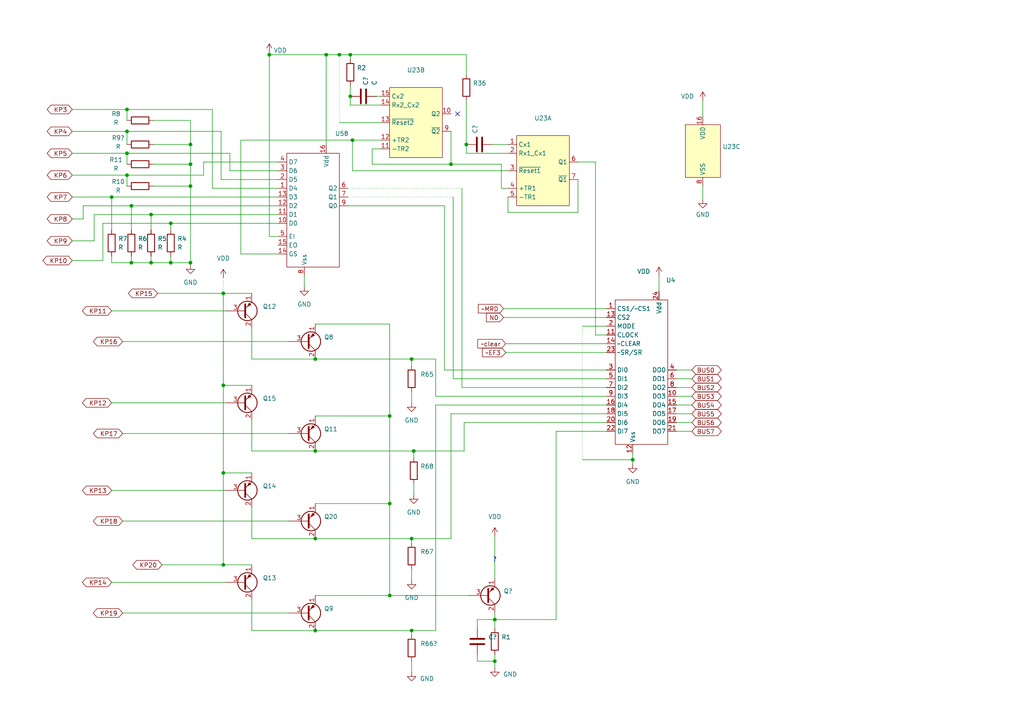
<source format=kicad_sch>
(kicad_sch (version 20211123) (generator eeschema)
  (paper "A4")
  (lib_symbols
    (symbol "4xxx:4098"
      (property "Reference" "U" (at -5.08 11.43 0))
      (property "Value" "4098" (at -5.08 -11.43 0))
      (symbol "4098_1_1"
        (rectangle (start -7.62 10.16) (end 7.62 -10.16) (fill (type background)))
        (pin input line (at -10.16 7.62 0) (length 2.54) (name "Cx1") (number "1"))
        (pin input line (at -10.16 5.08 0) (length 2.54) (name "Rx1_Cx1") (number "2"))
        (pin input line (at -10.16 0 0) (length 2.54) (name "~{Reset1}") (number "3"))
        (pin input line (at -10.16 -5.08 0) (length 2.54) (name "+TR1") (number "4"))
        (pin input line (at -10.16 -7.62 0) (length 2.54) (name "-TR1") (number "5"))
        (pin output line (at 10.16 2.54 180) (length 2.54) (name "Q1") (number "6"))
        (pin output line (at 10.16 -2.54 180) (length 2.54) (name "~{Q1}") (number "7"))
      )
      (symbol "4098_2_1"
        (rectangle (start -7.62 10.16) (end 7.62 -10.16) (fill (type background)))
        (pin output line (at 10.16 2.54 180) (length 2.54) (name "Q2") (number "10"))
        (pin input line (at -10.16 -7.62 0) (length 2.54) (name "-TR2") (number "11"))
        (pin input line (at -10.16 -5.08 0) (length 2.54) (name "+TR2") (number "12"))
        (pin input line (at -10.16 0 0) (length 2.54) (name "~{Reset2}") (number "13"))
        (pin input line (at -10.16 5.08 0) (length 2.54) (name "Rx2_Cx2") (number "14"))
        (pin input line (at -10.16 7.62 0) (length 2.54) (name "Cx2") (number "15"))
        (pin output line (at 10.16 -2.54 180) (length 2.54) (name "~{Q2}") (number "9"))
      )
      (symbol "4098_3_1"
        (rectangle (start -5.08 7.62) (end 5.08 -7.62) (fill (type background)))
        (pin power_in line (at 0 10.16 270) (length 2.54) (name "VDD") (number "16"))
        (pin power_in line (at 0 -10.16 90) (length 2.54) (name "VSS") (number "8"))
      )
    )
    (symbol "Device:C" (pin_numbers hide) (pin_names (offset 0.254))
      (property "Reference" "C" (at 0.635 2.54 0))
      (property "Value" "C" (at 0.635 -2.54 0))
      (symbol "C_0_1"
        (polyline (pts (xy -2.032 -0.762) (xy 2.032 -0.762)) (stroke (width 0.508)))
        (polyline (pts (xy -2.032 0.762) (xy 2.032 0.762)) (stroke (width 0.508)))
      )
      (symbol "C_1_1"
        (pin passive line (at 0 3.81 270) (length 2.794) (name "~") (number "1"))
        (pin passive line (at 0 -3.81 90) (length 2.794) (name "~") (number "2"))
      )
    )
    (symbol "Device:Q_PNP_ECB" (pin_names (offset 0) hide)
      (property "Reference" "Q" (at 5.08 1.27 0))
      (property "Value" "Q_PNP_ECB" (at 5.08 -1.27 0))
      (symbol "Q_PNP_ECB_0_1"
        (polyline (pts (xy 0.635 0.635) (xy 2.54 2.54)))
        (polyline (pts (xy 0.635 -0.635) (xy 2.54 -2.54) (xy 2.54 -2.54)))
        (polyline (pts (xy 0.635 1.905) (xy 0.635 -1.905) (xy 0.635 -1.905)) (stroke (width 0.508)))
        (polyline (pts (xy 2.286 -1.778) (xy 1.778 -2.286) (xy 1.27 -1.27) (xy 2.286 -1.778) (xy 2.286 -1.778)) (fill (type outline)))
        (circle (center 1.27 0) (radius 2.8194) (stroke (width 0.254)))
      )
      (symbol "Q_PNP_ECB_1_1"
        (pin passive line (at 2.54 -5.08 90) (length 2.54) (name "E") (number "1"))
        (pin passive line (at 2.54 5.08 270) (length 2.54) (name "C") (number "2"))
        (pin input line (at -5.08 0 0) (length 5.715) (name "B") (number "3"))
      )
    )
    (symbol "Device:R" (pin_numbers hide) (pin_names (offset 0))
      (property "Reference" "R" (at 2.032 0 90))
      (property "Value" "R" (at 0 0 90))
      (symbol "R_0_1"
        (rectangle (start -1.016 -2.54) (end 1.016 2.54) (stroke (width 0.254)))
      )
      (symbol "R_1_1"
        (pin passive line (at 0 3.81 270) (length 1.27) (name "~") (number "1"))
        (pin passive line (at 0 -3.81 90) (length 1.27) (name "~") (number "2"))
      )
    )
    (symbol "New_Library:CD4532"
      (property "Reference" "U" (at -5.08 12.7 0))
      (property "Value" "CD4532" (at -2.54 10.16 0))
      (symbol "CD4532_0_1"
        (rectangle (start -7.62 7.62) (end 7.62 -25.4))
      )
      (symbol "CD4532_1_1"
        (pin input line (at -10.16 -2.54 0) (length 2.54) (name "D4") (number "1"))
        (pin input line (at -10.16 -12.7 0) (length 2.54) (name "D0") (number "10"))
        (pin input line (at -10.16 -10.16 0) (length 2.54) (name "D1") (number "11"))
        (pin input line (at -10.16 -7.62 0) (length 2.54) (name "D2") (number "12"))
        (pin input line (at -10.16 -5.08 0) (length 2.54) (name "D3") (number "13"))
        (pin input line (at -10.16 -21.59 0) (length 2.54) (name "GS") (number "14"))
        (pin input line (at -10.16 -19.05 0) (length 2.54) (name "EO") (number "15"))
        (pin power_in line (at 3.81 10.16 270) (length 2.54) (name "Vdd") (number "16"))
        (pin input line (at -10.16 0 0) (length 2.54) (name "D5") (number "2"))
        (pin input line (at -10.16 2.54 0) (length 2.54) (name "D6") (number "3"))
        (pin input line (at -10.16 5.08 0) (length 2.54) (name "D7") (number "4"))
        (pin input line (at -10.16 -16.51 0) (length 2.54) (name "EI") (number "5"))
        (pin output line (at 10.16 -2.54 180) (length 2.54) (name "Q2") (number "6"))
        (pin output line (at 10.16 -5.08 180) (length 2.54) (name "Q1") (number "7"))
        (pin power_in line (at -2.54 -27.94 90) (length 2.54) (name "Vss") (number "8"))
        (pin output line (at 10.16 -7.62 180) (length 2.54) (name "Q0") (number "9"))
      )
    )
    (symbol "New_Library:CDP1852"
      (property "Reference" "U" (at 0 21.59 0))
      (property "Value" "CDP1852" (at 0 24.13 0))
      (symbol "CDP1852_0_1"
        (rectangle (start -7.62 19.05) (end 7.62 -22.86))
      )
      (symbol "CDP1852_1_1"
        (pin input line (at -10.16 16.51 0) (length 2.54) (name "CS1/~CS1") (number "1"))
        (pin output line (at 10.16 -8.89 180) (length 2.54) (name "DO3") (number "10"))
        (pin input line (at -10.16 8.89 0) (length 2.54) (name "CLOCK") (number "11"))
        (pin power_in line (at -2.54 -25.4 90) (length 2.54) (name "Vss") (number "12"))
        (pin input line (at -10.16 13.97 0) (length 2.54) (name "CS2") (number "13"))
        (pin input line (at -10.16 6.35 0) (length 2.54) (name "~CLEAR") (number "14"))
        (pin output line (at 10.16 -11.43 180) (length 2.54) (name "DO4") (number "15"))
        (pin input line (at -10.16 -11.43 0) (length 2.54) (name "DI4") (number "16"))
        (pin output line (at 10.16 -13.97 180) (length 2.54) (name "DO5") (number "17"))
        (pin input line (at -10.16 -13.97 0) (length 2.54) (name "DI5") (number "18"))
        (pin output line (at 10.16 -16.51 180) (length 2.54) (name "DO6") (number "19"))
        (pin input line (at -10.16 11.43 0) (length 2.54) (name "MODE") (number "2"))
        (pin input line (at -10.16 -16.51 0) (length 2.54) (name "DI6") (number "20"))
        (pin output line (at 10.16 -19.05 180) (length 2.54) (name "DO7") (number "21"))
        (pin input line (at -10.16 -19.05 0) (length 2.54) (name "DI7") (number "22"))
        (pin input line (at -10.16 3.81 0) (length 2.54) (name "~SR/SR") (number "23"))
        (pin power_in line (at 5.08 21.59 270) (length 2.54) (name "Vdd") (number "24"))
        (pin input line (at -10.16 -1.27 0) (length 2.54) (name "DI0") (number "3"))
        (pin output line (at 10.16 -1.27 180) (length 2.54) (name "DO0") (number "4"))
        (pin input line (at -10.16 -3.81 0) (length 2.54) (name "DI1") (number "5"))
        (pin output line (at 10.16 -3.81 180) (length 2.54) (name "DO1") (number "6"))
        (pin input line (at -10.16 -6.35 0) (length 2.54) (name "DI2") (number "7"))
        (pin output line (at 10.16 -6.35 180) (length 2.54) (name "DO2") (number "8"))
        (pin input line (at -10.16 -8.89 0) (length 2.54) (name "DI3") (number "9"))
      )
    )
    (symbol "power:GND" (power) (pin_names (offset 0))
      (property "Value" "GND" (at 0 -3.81 0))
      (symbol "GND_0_1"
        (polyline (pts (xy 0 0) (xy 0 -1.27) (xy 1.27 -1.27) (xy 0 -2.54) (xy -1.27 -1.27) (xy 0 -1.27)))
      )
      (symbol "GND_1_1"
        (pin power_in line (at 0 0 270) (length 0) hide (name "GND") (number "1"))
      )
    )
    (symbol "power:VDD" (power) (pin_names (offset 0))
      (property "Value" "VDD" (at 0 3.81 0))
      (symbol "VDD_0_1"
        (polyline (pts (xy -0.762 1.27) (xy 0 2.54)))
        (polyline (pts (xy 0 0) (xy 0 2.54)))
        (polyline (pts (xy 0 2.54) (xy 0.762 1.27)))
      )
      (symbol "VDD_1_1"
        (pin power_in line (at 0 0 90) (length 0) hide (name "VDD") (number "1"))
      )
    )
  )
  (junction (at 49.53 64.77))
  (junction (at 55.245 53.975))
  (junction (at 36.83 50.8))
  (junction (at 64.77 137.16))
  (junction (at 32.385 57.15))
  (junction (at 135.255 41.91))
  (junction (at 130.81 47.625))
  (junction (at 113.03 120.65))
  (junction (at 91.44 104.14))
  (junction (at 91.44 182.88))
  (junction (at 113.03 172.72))
  (junction (at 119.38 104.14))
  (junction (at 120.015 130.81))
  (junction (at 101.6 27.94))
  (junction (at 183.515 133.35))
  (junction (at 55.245 76.2))
  (junction (at 38.1 76.2))
  (junction (at 36.83 44.45))
  (junction (at 64.77 163.83))
  (junction (at 43.815 76.2))
  (junction (at 102.235 40.64))
  (junction (at 49.53 76.2))
  (junction (at 36.83 38.1))
  (junction (at 64.77 111.76))
  (junction (at 119.38 182.88))
  (junction (at 98.425 15.875))
  (junction (at 43.815 62.23))
  (junction (at 78.105 15.875))
  (junction (at 143.51 191.77))
  (junction (at 91.44 130.81))
  (junction (at 55.245 41.91))
  (junction (at 64.77 85.09))
  (junction (at 55.245 47.625))
  (junction (at 38.1 59.69))
  (junction (at 119.38 156.21))
  (junction (at 143.51 179.705))
  (junction (at 101.6 15.875))
  (junction (at 36.83 31.75))
  (junction (at 91.44 156.21))
  (junction (at 113.03 146.05))
  (junction (at 94.615 15.875))
  (no_connect (at 132.715 33.02))
  (wire (pts (xy 133.985 54.61) (xy 133.985 112.395)))
  (wire (pts (xy 69.85 40.64) (xy 69.85 73.66)))
  (wire (pts (xy 38.1 74.295) (xy 38.1 76.2)))
  (wire (pts (xy 100.965 54.61) (xy 133.985 54.61)) (stroke (width 0) (type dot)))
  (wire (pts (xy 20.955 31.75) (xy 36.83 31.75)))
  (wire (pts (xy 119.38 104.14) (xy 126.365 104.14)))
  (wire (pts (xy 43.815 74.295) (xy 43.815 76.2)))
  (wire (pts (xy 101.6 15.875) (xy 101.6 17.145)))
  (wire (pts (xy 109.22 27.94) (xy 110.49 27.94)))
  (wire (pts (xy 120.015 140.335) (xy 120.015 143.51)))
  (wire (pts (xy 101.6 27.94) (xy 101.6 30.48)))
  (wire (pts (xy 49.53 74.295) (xy 49.53 76.2)))
  (wire (pts (xy 196.215 125.095) (xy 200.66 125.095)))
  (wire (pts (xy 101.6 24.765) (xy 101.6 27.94)))
  (wire (pts (xy 145.415 47.625) (xy 145.415 54.61)))
  (wire (pts (xy 73.025 104.14) (xy 91.44 104.14)))
  (wire (pts (xy 27.305 69.85) (xy 27.305 62.23)))
  (wire (pts (xy 20.955 44.45) (xy 36.83 44.45)))
  (wire (pts (xy 94.615 15.875) (xy 94.615 41.91)))
  (wire (pts (xy 32.385 57.15) (xy 32.385 66.675)))
  (wire (pts (xy 49.53 64.77) (xy 80.645 64.77)))
  (wire (pts (xy 73.025 130.81) (xy 91.44 130.81)))
  (wire (pts (xy 120.015 130.81) (xy 134.62 130.81)))
  (wire (pts (xy 138.43 179.705) (xy 138.43 182.245)))
  (wire (pts (xy 64.77 163.83) (xy 73.025 163.83)))
  (wire (pts (xy 101.6 15.875) (xy 135.255 15.875)))
  (wire (pts (xy 135.255 44.45) (xy 147.32 44.45)))
  (wire (pts (xy 32.385 76.2) (xy 38.1 76.2)))
  (wire (pts (xy 110.49 43.18) (xy 107.95 43.18)))
  (wire (pts (xy 91.44 172.72) (xy 113.03 172.72)))
  (wire (pts (xy 73.025 173.99) (xy 73.025 182.88)))
  (wire (pts (xy 131.445 57.15) (xy 131.445 109.855)))
  (wire (pts (xy 88.265 80.01) (xy 88.265 83.185)))
  (wire (pts (xy 126.365 114.935) (xy 175.895 114.935)))
  (wire (pts (xy 35.56 99.06) (xy 83.82 99.06)))
  (wire (pts (xy 143.51 189.865) (xy 143.51 191.77)))
  (wire (pts (xy 20.955 75.565) (xy 29.845 75.565)))
  (wire (pts (xy 126.365 182.88) (xy 126.365 117.475)))
  (wire (pts (xy 64.135 52.07) (xy 80.645 52.07)))
  (wire (pts (xy 119.38 182.88) (xy 126.365 182.88)))
  (wire (pts (xy 167.64 46.99) (xy 172.72 46.99)))
  (wire (pts (xy 138.43 189.865) (xy 138.43 191.77)))
  (wire (pts (xy 35.56 151.13) (xy 83.82 151.13)))
  (wire (pts (xy 130.81 33.02) (xy 132.715 33.02)) (stroke (width 0) (type dot)))
  (wire (pts (xy 20.955 57.15) (xy 32.385 57.15)))
  (wire (pts (xy 102.235 49.53) (xy 102.235 40.64)))
  (wire (pts (xy 35.56 125.73) (xy 83.82 125.73)))
  (wire (pts (xy 130.81 47.625) (xy 145.415 47.625)))
  (wire (pts (xy 172.72 46.99) (xy 172.72 97.155)))
  (wire (pts (xy 73.025 156.21) (xy 91.44 156.21)))
  (wire (pts (xy 73.025 182.88) (xy 91.44 182.88)))
  (wire (pts (xy 27.305 62.23) (xy 43.815 62.23)))
  (wire (pts (xy 146.685 102.235) (xy 175.895 102.235)))
  (wire (pts (xy 168.91 94.615) (xy 168.91 133.35)) (stroke (width 0) (type dot)))
  (wire (pts (xy 119.38 113.665) (xy 119.38 116.84)))
  (wire (pts (xy 36.83 31.75) (xy 36.83 34.925)))
  (wire (pts (xy 98.425 15.875) (xy 101.6 15.875)))
  (wire (pts (xy 64.135 38.1) (xy 64.135 52.07)))
  (wire (pts (xy 29.845 64.77) (xy 49.53 64.77)))
  (wire (pts (xy 64.77 137.16) (xy 64.77 163.83)))
  (wire (pts (xy 119.38 182.88) (xy 119.38 184.15)))
  (wire (pts (xy 64.77 85.09) (xy 64.77 111.76)))
  (wire (pts (xy 113.03 120.65) (xy 113.03 146.05)))
  (wire (pts (xy 203.835 53.975) (xy 203.835 57.785)))
  (wire (pts (xy 61.595 54.61) (xy 80.645 54.61)))
  (wire (pts (xy 36.83 50.8) (xy 59.055 50.8)))
  (wire (pts (xy 102.235 49.53) (xy 147.32 49.53)))
  (wire (pts (xy 134.62 122.555) (xy 175.895 122.555)))
  (wire (pts (xy 91.44 93.98) (xy 113.03 93.98)))
  (wire (pts (xy 143.51 191.77) (xy 143.51 193.675)))
  (wire (pts (xy 32.385 90.17) (xy 65.405 90.17)))
  (wire (pts (xy 130.81 156.21) (xy 130.81 120.015)))
  (wire (pts (xy 78.105 15.875) (xy 78.105 68.58)))
  (wire (pts (xy 45.72 85.09) (xy 64.77 85.09)))
  (wire (pts (xy 55.245 47.625) (xy 55.245 53.975)))
  (wire (pts (xy 147.32 61.595) (xy 167.64 61.595)))
  (wire (pts (xy 110.49 35.56) (xy 98.425 35.56)))
  (wire (pts (xy 183.515 133.35) (xy 183.515 134.62)))
  (wire (pts (xy 143.51 179.705) (xy 161.29 179.705)))
  (wire (pts (xy 130.81 38.1) (xy 130.81 47.625)))
  (wire (pts (xy 135.255 41.91) (xy 135.255 44.45)))
  (wire (pts (xy 167.64 61.595) (xy 167.64 52.07)))
  (wire (pts (xy 143.51 177.8) (xy 143.51 179.705)))
  (wire (pts (xy 196.215 109.855) (xy 200.66 109.855)))
  (wire (pts (xy 196.215 114.935) (xy 200.66 114.935)))
  (wire (pts (xy 49.53 64.77) (xy 49.53 66.675)))
  (wire (pts (xy 94.615 15.875) (xy 98.425 15.875)))
  (wire (pts (xy 196.215 117.475) (xy 200.66 117.475)))
  (wire (pts (xy 196.215 120.015) (xy 200.66 120.015)))
  (wire (pts (xy 44.45 41.91) (xy 55.245 41.91)))
  (wire (pts (xy 73.025 121.92) (xy 73.025 130.81)))
  (wire (pts (xy 59.055 46.99) (xy 80.645 46.99)))
  (wire (pts (xy 59.055 50.8) (xy 59.055 46.99)))
  (wire (pts (xy 203.835 29.21) (xy 203.835 33.655)))
  (wire (pts (xy 43.815 62.23) (xy 80.645 62.23)))
  (wire (pts (xy 91.44 156.21) (xy 119.38 156.21)))
  (wire (pts (xy 135.255 21.59) (xy 135.255 15.875)))
  (wire (pts (xy 32.385 74.295) (xy 32.385 76.2)))
  (wire (pts (xy 161.29 125.095) (xy 175.895 125.095)))
  (wire (pts (xy 119.38 104.14) (xy 119.38 106.045)))
  (wire (pts (xy 113.03 93.98) (xy 113.03 120.65)))
  (wire (pts (xy 78.105 68.58) (xy 80.645 68.58)))
  (wire (pts (xy 183.515 131.445) (xy 183.515 133.35)))
  (wire (pts (xy 98.425 35.56) (xy 98.425 15.875)) (stroke (width 0) (type dot)))
  (wire (pts (xy 147.32 54.61) (xy 145.415 54.61)))
  (wire (pts (xy 35.56 177.8) (xy 83.82 177.8)))
  (wire (pts (xy 69.85 40.64) (xy 102.235 40.64)))
  (wire (pts (xy 64.77 137.16) (xy 73.025 137.16)))
  (wire (pts (xy 143.51 155.575) (xy 143.51 167.64)))
  (wire (pts (xy 44.45 34.925) (xy 55.245 34.925)))
  (wire (pts (xy 20.955 63.5) (xy 24.13 63.5)))
  (wire (pts (xy 24.13 63.5) (xy 24.13 59.69)))
  (wire (pts (xy 20.955 69.85) (xy 27.305 69.85)))
  (wire (pts (xy 191.135 80.01) (xy 191.135 84.455)))
  (wire (pts (xy 64.77 111.76) (xy 73.025 111.76)))
  (wire (pts (xy 32.385 168.91) (xy 65.405 168.91)))
  (wire (pts (xy 38.1 59.69) (xy 80.645 59.69)))
  (wire (pts (xy 172.72 97.155) (xy 175.895 97.155)))
  (wire (pts (xy 119.38 156.21) (xy 119.38 157.48)))
  (wire (pts (xy 133.985 112.395) (xy 175.895 112.395)))
  (wire (pts (xy 61.595 31.75) (xy 61.595 54.61)))
  (wire (pts (xy 102.235 40.64) (xy 110.49 40.64)))
  (wire (pts (xy 32.385 57.15) (xy 80.645 57.15)))
  (wire (pts (xy 49.53 76.2) (xy 55.245 76.2)))
  (wire (pts (xy 196.215 112.395) (xy 200.66 112.395)))
  (wire (pts (xy 146.685 99.695) (xy 175.895 99.695)))
  (wire (pts (xy 66.675 49.53) (xy 80.645 49.53)))
  (wire (pts (xy 113.03 172.72) (xy 135.89 172.72)))
  (wire (pts (xy 161.29 179.705) (xy 161.29 125.095)))
  (wire (pts (xy 168.91 94.615) (xy 175.895 94.615)))
  (wire (pts (xy 78.105 15.24) (xy 78.105 15.875)))
  (wire (pts (xy 128.905 107.315) (xy 175.895 107.315)))
  (wire (pts (xy 38.1 76.2) (xy 43.815 76.2)))
  (wire (pts (xy 91.44 104.14) (xy 119.38 104.14)))
  (wire (pts (xy 130.81 47.625) (xy 107.95 47.625)))
  (wire (pts (xy 29.845 75.565) (xy 29.845 64.77)))
  (wire (pts (xy 20.955 38.1) (xy 36.83 38.1)))
  (wire (pts (xy 32.385 142.24) (xy 65.405 142.24)))
  (wire (pts (xy 55.245 41.91) (xy 55.245 47.625)))
  (wire (pts (xy 126.365 117.475) (xy 175.895 117.475)))
  (wire (pts (xy 119.38 165.1) (xy 119.38 168.275)))
  (wire (pts (xy 120.015 130.81) (xy 120.015 132.715)))
  (wire (pts (xy 146.05 92.075) (xy 175.895 92.075)))
  (wire (pts (xy 94.615 15.875) (xy 78.105 15.875)))
  (wire (pts (xy 196.215 122.555) (xy 200.66 122.555)))
  (wire (pts (xy 91.44 120.65) (xy 113.03 120.65)))
  (wire (pts (xy 36.83 38.1) (xy 36.83 41.91)))
  (wire (pts (xy 64.77 85.09) (xy 73.025 85.09)))
  (wire (pts (xy 101.6 30.48) (xy 110.49 30.48)))
  (wire (pts (xy 36.83 38.1) (xy 64.135 38.1)))
  (wire (pts (xy 36.83 44.45) (xy 36.83 47.625)))
  (wire (pts (xy 196.215 107.315) (xy 200.66 107.315)))
  (wire (pts (xy 24.13 59.69) (xy 38.1 59.69)))
  (wire (pts (xy 69.85 73.66) (xy 80.645 73.66)))
  (wire (pts (xy 142.875 41.91) (xy 147.32 41.91)))
  (wire (pts (xy 168.91 133.35) (xy 183.515 133.35)))
  (wire (pts (xy 134.62 130.81) (xy 134.62 122.555)))
  (wire (pts (xy 119.38 156.21) (xy 130.81 156.21)))
  (wire (pts (xy 55.245 76.2) (xy 55.245 76.835)))
  (wire (pts (xy 55.245 53.975) (xy 55.245 76.2)))
  (wire (pts (xy 100.965 59.69) (xy 128.905 59.69)))
  (wire (pts (xy 64.77 80.645) (xy 64.77 85.09)) (stroke (width 0) (type dot)))
  (wire (pts (xy 38.1 59.69) (xy 38.1 66.675)))
  (wire (pts (xy 43.815 76.2) (xy 49.53 76.2)))
  (wire (pts (xy 146.05 89.535) (xy 175.895 89.535)))
  (wire (pts (xy 128.905 59.69) (xy 128.905 107.315)))
  (wire (pts (xy 55.245 34.925) (xy 55.245 41.91)))
  (wire (pts (xy 36.83 50.8) (xy 36.83 53.975)))
  (wire (pts (xy 100.965 57.15) (xy 131.445 57.15)) (stroke (width 0) (type dot)))
  (wire (pts (xy 135.255 29.21) (xy 135.255 41.91)))
  (wire (pts (xy 46.99 163.83) (xy 64.77 163.83)))
  (wire (pts (xy 130.81 120.015) (xy 175.895 120.015)))
  (wire (pts (xy 66.675 44.45) (xy 66.675 49.53)))
  (wire (pts (xy 131.445 109.855) (xy 175.895 109.855)))
  (wire (pts (xy 32.385 116.84) (xy 65.405 116.84)))
  (wire (pts (xy 126.365 104.14) (xy 126.365 114.935)))
  (wire (pts (xy 143.51 179.705) (xy 143.51 182.245)))
  (wire (pts (xy 113.03 146.05) (xy 113.03 172.72)))
  (wire (pts (xy 43.815 62.23) (xy 43.815 66.675)))
  (wire (pts (xy 91.44 182.88) (xy 119.38 182.88)))
  (wire (pts (xy 143.51 179.705) (xy 138.43 179.705)))
  (wire (pts (xy 36.83 44.45) (xy 66.675 44.45)))
  (wire (pts (xy 138.43 191.77) (xy 143.51 191.77)))
  (wire (pts (xy 73.025 95.25) (xy 73.025 104.14)))
  (wire (pts (xy 91.44 130.81) (xy 120.015 130.81)))
  (wire (pts (xy 147.32 57.15) (xy 147.32 61.595)))
  (wire (pts (xy 44.45 47.625) (xy 55.245 47.625)))
  (wire (pts (xy 91.44 146.05) (xy 113.03 146.05)))
  (wire (pts (xy 64.77 111.76) (xy 64.77 137.16)))
  (wire (pts (xy 73.025 147.32) (xy 73.025 156.21)))
  (wire (pts (xy 44.45 53.975) (xy 55.245 53.975)))
  (wire (pts (xy 119.38 191.77) (xy 119.38 194.945)))
  (wire (pts (xy 36.83 31.75) (xy 61.595 31.75)))
  (wire (pts (xy 20.955 50.8) (xy 36.83 50.8)))
  (wire (pts (xy 107.95 47.625) (xy 107.95 43.18)))
  (text "?" (at 144.145 163.195 180) (effects (font (size 1.27 1.27)) (justify right bottom)))
  (global_label "KP15" (shape bidirectional) (at 45.72 85.09 180) (property "Intersheet References" "${INTERSHEET_REFS}" (effects hide)))
  (global_label "KP9" (shape bidirectional) (at 20.955 69.85 180) (property "Intersheet References" "${INTERSHEET_REFS}" (effects hide)))
  (global_label "BUS4" (shape bidirectional) (at 200.66 117.475 0) (property "Intersheet References" "${INTERSHEET_REFS}" (effects hide)))
  (global_label "KP11" (shape bidirectional) (at 32.385 90.17 180) (property "Intersheet References" "${INTERSHEET_REFS}" (effects hide)))
  (global_label "KP14" (shape bidirectional) (at 32.385 168.91 180) (property "Intersheet References" "${INTERSHEET_REFS}" (effects hide)))
  (global_label "KP17" (shape bidirectional) (at 35.56 125.73 180) (property "Intersheet References" "${INTERSHEET_REFS}" (effects hide)))
  (global_label "KP5" (shape bidirectional) (at 20.955 44.45 180) (property "Intersheet References" "${INTERSHEET_REFS}" (effects hide)))
  (global_label "BUS0" (shape bidirectional) (at 200.66 107.315 0) (property "Intersheet References" "${INTERSHEET_REFS}" (effects hide)))
  (global_label "KP6" (shape bidirectional) (at 20.955 50.8 180) (property "Intersheet References" "${INTERSHEET_REFS}" (effects hide)))
  (global_label "KP3" (shape bidirectional) (at 20.955 31.75 180) (property "Intersheet References" "${INTERSHEET_REFS}" (effects hide)))
  (global_label "BUS7" (shape bidirectional) (at 200.66 125.095 0) (property "Intersheet References" "${INTERSHEET_REFS}" (effects hide)))
  (global_label "BUS3" (shape bidirectional) (at 200.66 114.935 0) (property "Intersheet References" "${INTERSHEET_REFS}" (effects hide)))
  (global_label "KP8" (shape bidirectional) (at 20.955 63.5 180) (property "Intersheet References" "${INTERSHEET_REFS}" (effects hide)))
  (global_label "BUS6" (shape bidirectional) (at 200.66 122.555 0) (property "Intersheet References" "${INTERSHEET_REFS}" (effects hide)))
  (global_label "KP19" (shape bidirectional) (at 35.56 177.8 180) (property "Intersheet References" "${INTERSHEET_REFS}" (effects hide)))
  (global_label "KP4" (shape bidirectional) (at 20.955 38.1 180) (property "Intersheet References" "${INTERSHEET_REFS}" (effects hide)))
  (global_label "KP20" (shape bidirectional) (at 46.99 163.83 180) (property "Intersheet References" "${INTERSHEET_REFS}" (effects hide)))
  (global_label "KP16" (shape bidirectional) (at 35.56 99.06 180) (property "Intersheet References" "${INTERSHEET_REFS}" (effects hide)))
  (global_label "KP13" (shape bidirectional) (at 32.385 142.24 180) (property "Intersheet References" "${INTERSHEET_REFS}" (effects hide)))
  (global_label "KP12" (shape bidirectional) (at 32.385 116.84 180) (property "Intersheet References" "${INTERSHEET_REFS}" (effects hide)))
  (global_label "~clear" (shape input) (at 146.685 99.695 180) (property "Intersheet References" "${INTERSHEET_REFS}" (effects hide)))
  (global_label "BUS5" (shape bidirectional) (at 200.66 120.015 0) (property "Intersheet References" "${INTERSHEET_REFS}" (effects hide)))
  (global_label "BUS2" (shape bidirectional) (at 200.66 112.395 0) (property "Intersheet References" "${INTERSHEET_REFS}" (effects hide)))
  (global_label "KP18" (shape bidirectional) (at 35.56 151.13 180) (property "Intersheet References" "${INTERSHEET_REFS}" (effects hide)))
  (global_label "KP10" (shape bidirectional) (at 20.955 75.565 180) (property "Intersheet References" "${INTERSHEET_REFS}" (effects hide)))
  (global_label "BUS1" (shape bidirectional) (at 200.66 109.855 0) (property "Intersheet References" "${INTERSHEET_REFS}" (effects hide)))
  (global_label "~MRD" (shape input) (at 146.05 89.535 180) (property "Intersheet References" "${INTERSHEET_REFS}" (effects hide)))
  (global_label "~EF3" (shape input) (at 146.685 102.235 180) (property "Intersheet References" "${INTERSHEET_REFS}" (effects hide)))
  (global_label "N0" (shape input) (at 146.05 92.075 180) (property "Intersheet References" "${INTERSHEET_REFS}" (effects hide)))
  (global_label "KP7" (shape bidirectional) (at 20.955 57.15 180) (property "Intersheet References" "${INTERSHEET_REFS}" (effects hide)))
  (symbol (lib_id "Device:R") (at 143.51 186.055 0) (unit 1)
    (property "Reference" "R1" (at 145.415 184.7849 0) (effects (justify left)))
  )
  (symbol (lib_id "New_Library:CD4532") (at 90.805 52.07 0) (unit 1)
    (property "Reference" "U58" (at 97.155 38.735 0) (effects (justify left)))
  )
  (symbol (lib_id "Device:Q_PNP_ECB") (at 140.97 172.72 0) (mirror x) (unit 1)
    (property "Reference" "Q?" (at 146.05 171.4499 0) (effects (justify left)))
  )
  (symbol (lib_id "Device:R") (at 40.64 41.91 90) (unit 1)
    (property "Reference" "R9?" (at 34.29 40.005 90))
    (property "Value" "R" (at 34.29 42.545 90))
  )
  (symbol (lib_id "Device:R") (at 101.6 20.955 0) (unit 1)
    (property "Reference" "R2" (at 103.505 19.6849 0) (effects (justify left)))
  )
  (symbol (lib_id "Device:R") (at 120.015 136.525 0) (unit 1)
    (property "Reference" "R68" (at 121.92 135.2549 0) (effects (justify left)))
  )
  (symbol (lib_id "Device:R") (at 38.1 70.485 0) (unit 1)
    (property "Reference" "R6" (at 40.005 69.215 0) (effects (justify left)))
    (property "Value" "R" (at 40.005 71.755 0) (effects (justify left)))
  )
  (symbol (lib_id "Device:C") (at 139.065 41.91 90) (unit 1)
    (property "Reference" "C?" (at 137.7949 38.735 0) (effects (justify left)))
  )
  (symbol (lib_id "Device:C") (at 138.43 186.055 0) (unit 1)
    (property "Reference" "C?" (at 141.605 184.7849 0) (effects (justify left)))
  )
  (symbol (lib_id "Device:C") (at 105.41 27.94 90) (unit 1)
    (property "Reference" "C?" (at 106.045 24.765 0) (effects (justify left)))
    (property "Value" "C" (at 108.585 24.765 0) (effects (justify left)))
  )
  (symbol (lib_id "power:GND") (at 119.38 116.84 0) (unit 1)
    (property "Reference" "#PWR?" (effects hide))
  )
  (symbol (lib_id "power:GND") (at 120.015 143.51 0) (unit 1)
    (property "Reference" "#PWR?" (effects hide))
  )
  (symbol (lib_id "Device:Q_PNP_ECB") (at 70.485 116.84 0) (mirror x) (unit 1)
    (property "Reference" "Q15" (at 76.2 115.5699 0) (effects (justify left)))
  )
  (symbol (lib_id "Device:Q_PNP_ECB") (at 70.485 142.24 0) (mirror x) (unit 1)
    (property "Reference" "Q14" (at 76.2 140.9699 0) (effects (justify left)))
  )
  (symbol (lib_id "Device:R") (at 49.53 70.485 0) (unit 1)
    (property "Reference" "R4" (at 51.435 69.215 0) (effects (justify left)))
    (property "Value" "R" (at 51.435 71.755 0) (effects (justify left)))
  )
  (symbol (lib_id "power:GND") (at 183.515 134.62 0) (unit 1)
    (property "Reference" "#PWR?" (effects hide))
    (property "Value" "GND" (at 183.515 139.7 0))
  )
  (symbol (lib_id "power:VDD") (at 78.105 15.24 0) (unit 1)
    (property "Reference" "#PWR?" (effects hide))
  )
  (symbol (lib_id "power:GND") (at 203.835 57.785 0) (unit 1)
    (property "Reference" "#PWR?" (effects hide))
    (property "Value" "GND" (at 203.835 62.23 0))
  )
  (symbol (lib_id "Device:R") (at 119.38 161.29 0) (unit 1)
    (property "Reference" "R67" (at 121.92 160.0199 0) (effects (justify left)))
  )
  (symbol (lib_id "4xxx:4098") (at 120.65 35.56 0) (unit 2)
    (property "Reference" "U23" (at 120.65 20.32 0))
    (property "Datasheet" "http://www.ti.com/lit/ds/symlink/cd4098b.pdf" (effects hide))
  )
  (symbol (lib_id "Device:Q_PNP_ECB") (at 88.9 125.73 0) (mirror x) (unit 1)
    (property "Reference" "Q11" (at 93.98 124.4599 0) (effects (justify left)))
  )
  (symbol (lib_id "Device:R") (at 32.385 70.485 0) (unit 1)
    (property "Reference" "R7" (at 34.29 69.2149 0) (effects (justify left)))
    (property "Value" "R" (at 34.29 71.7549 0) (effects (justify left)))
  )
  (symbol (lib_id "power:VDD") (at 143.51 155.575 0) (unit 1)
    (property "Reference" "#PWR?" (effects hide))
  )
  (symbol (lib_id "Device:Q_PNP_ECB") (at 70.485 168.91 0) (mirror x) (unit 1)
    (property "Reference" "Q13" (at 76.2 167.6399 0) (effects (justify left)))
  )
  (symbol (lib_id "power:GND") (at 119.38 168.275 0) (unit 1)
    (property "Reference" "#PWR?" (effects hide))
  )
  (symbol (lib_id "Device:R") (at 119.38 109.855 0) (unit 1)
    (property "Reference" "R65" (at 121.92 108.5849 0) (effects (justify left)))
  )
  (symbol (lib_id "power:GND") (at 55.245 76.835 0) (unit 1)
    (property "Reference" "#PWR?" (effects hide))
    (property "Value" "GND" (at 55.245 81.915 0))
  )
  (symbol (lib_id "power:VDD") (at 203.835 29.21 0) (unit 1)
    (property "Reference" "#PWR?" (effects hide))
    (property "Value" "VDD" (at 199.39 27.94 0))
  )
  (symbol (lib_id "power:GND") (at 119.38 194.945 0) (unit 1)
    (property "Reference" "#PWR?" (effects hide))
  )
  (symbol (lib_id "Device:Q_PNP_ECB") (at 70.485 90.17 0) (mirror x) (unit 1)
    (property "Reference" "Q12" (at 76.2 88.8999 0) (effects (justify left)))
  )
  (symbol (lib_id "power:GND") (at 143.51 193.675 0) (unit 1)
    (property "Reference" "#PWR?" (effects hide))
  )
  (symbol (lib_id "Device:R") (at 40.64 34.925 90) (unit 1)
    (property "Reference" "R8" (at 33.655 33.02 90))
    (property "Value" "R" (at 33.655 35.56 90))
  )
  (symbol (lib_id "Device:R") (at 40.64 53.975 90) (unit 1)
    (property "Reference" "R10" (at 34.29 52.705 90))
    (property "Value" "R" (at 34.29 55.245 90))
  )
  (symbol (lib_id "Device:R") (at 119.38 187.96 0) (unit 1)
    (property "Reference" "R66?" (at 121.92 186.6899 0) (effects (justify left)))
  )
  (symbol (lib_id "Device:Q_PNP_ECB") (at 88.9 99.06 0) (mirror x) (unit 1)
    (property "Reference" "Q8" (at 93.98 97.7899 0) (effects (justify left)))
  )
  (symbol (lib_id "4xxx:4098") (at 203.835 43.815 0) (unit 3)
    (property "Reference" "U23" (at 209.55 42.5449 0) (effects (justify left)))
    (property "Datasheet" "http://www.ti.com/lit/ds/symlink/cd4098b.pdf" (effects hide))
  )
  (symbol (lib_id "Device:R") (at 135.255 25.4 0) (unit 1)
    (property "Reference" "R36" (at 137.16 24.1299 0) (effects (justify left)))
  )
  (symbol (lib_id "Device:Q_PNP_ECB") (at 88.9 177.8 0) (mirror x) (unit 1)
    (property "Reference" "Q9" (at 93.98 176.5299 0) (effects (justify left)))
  )
  (symbol (lib_id "Device:R") (at 40.64 47.625 90) (unit 1)
    (property "Reference" "R11" (at 33.655 46.355 90))
    (property "Value" "R" (at 33.655 48.895 90))
  )
  (symbol (lib_id "4xxx:4098") (at 157.48 49.53 0) (unit 1)
    (property "Reference" "U23" (at 157.48 34.29 0))
    (property "Datasheet" "http://www.ti.com/lit/ds/symlink/cd4098b.pdf" (effects hide))
  )
  (symbol (lib_id "Device:R") (at 43.815 70.485 0) (unit 1)
    (property "Reference" "R5" (at 45.72 69.2149 0) (effects (justify left)))
    (property "Value" "R" (at 45.72 71.7549 0) (effects (justify left)))
  )
  (symbol (lib_id "power:VDD") (at 64.77 80.645 0) (unit 1)
    (property "Reference" "#PWR?" (effects hide))
  )
  (symbol (lib_id "power:GND") (at 88.265 83.185 0) (unit 1)
    (property "Reference" "#PWR?" (effects hide))
    (property "Value" "GND" (at 88.265 88.265 0))
  )
  (symbol (lib_id "Device:Q_PNP_ECB") (at 88.9 151.13 0) (mirror x) (unit 1)
    (property "Reference" "Q20" (at 93.98 149.8599 0) (effects (justify left)))
  )
  (symbol (lib_id "New_Library:CDP1852") (at 186.055 106.045 0) (unit 1)
    (property "Reference" "U4" (at 193.1544 81.28 0) (effects (justify left)))
  )
  (symbol (lib_id "power:VDD") (at 191.135 80.01 0) (unit 1)
    (property "Reference" "#PWR?" (effects hide))
    (property "Value" "VDD" (at 186.69 78.74 0))
  )
)
</source>
